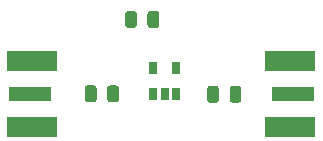
<source format=gbr>
%TF.GenerationSoftware,KiCad,Pcbnew,(5.1.9)-1*%
%TF.CreationDate,2021-03-17T20:36:52-04:00*%
%TF.ProjectId,VVA_Macom,5656415f-4d61-4636-9f6d-2e6b69636164,rev?*%
%TF.SameCoordinates,Original*%
%TF.FileFunction,Paste,Top*%
%TF.FilePolarity,Positive*%
%FSLAX46Y46*%
G04 Gerber Fmt 4.6, Leading zero omitted, Abs format (unit mm)*
G04 Created by KiCad (PCBNEW (5.1.9)-1) date 2021-03-17 20:36:52*
%MOMM*%
%LPD*%
G01*
G04 APERTURE LIST*
%ADD10R,4.200000X1.750000*%
%ADD11R,3.600000X1.270000*%
%ADD12R,0.650000X1.060000*%
G04 APERTURE END LIST*
D10*
%TO.C,Jout1*%
X155425800Y-80817200D03*
X155425800Y-86467200D03*
D11*
X155625800Y-83642200D03*
%TD*%
D10*
%TO.C,JIn1*%
X133600800Y-86467200D03*
X133600800Y-80817200D03*
D11*
X133400800Y-83642200D03*
%TD*%
%TO.C,CC3*%
G36*
G01*
X143330000Y-77815000D02*
X143330000Y-76865000D01*
G75*
G02*
X143580000Y-76615000I250000J0D01*
G01*
X144080000Y-76615000D01*
G75*
G02*
X144330000Y-76865000I0J-250000D01*
G01*
X144330000Y-77815000D01*
G75*
G02*
X144080000Y-78065000I-250000J0D01*
G01*
X143580000Y-78065000D01*
G75*
G02*
X143330000Y-77815000I0J250000D01*
G01*
G37*
G36*
G01*
X141430000Y-77815000D02*
X141430000Y-76865000D01*
G75*
G02*
X141680000Y-76615000I250000J0D01*
G01*
X142180000Y-76615000D01*
G75*
G02*
X142430000Y-76865000I0J-250000D01*
G01*
X142430000Y-77815000D01*
G75*
G02*
X142180000Y-78065000I-250000J0D01*
G01*
X141680000Y-78065000D01*
G75*
G02*
X141430000Y-77815000I0J250000D01*
G01*
G37*
%TD*%
%TO.C,CC2*%
G36*
G01*
X150284600Y-84142600D02*
X150284600Y-83192600D01*
G75*
G02*
X150534600Y-82942600I250000J0D01*
G01*
X151034600Y-82942600D01*
G75*
G02*
X151284600Y-83192600I0J-250000D01*
G01*
X151284600Y-84142600D01*
G75*
G02*
X151034600Y-84392600I-250000J0D01*
G01*
X150534600Y-84392600D01*
G75*
G02*
X150284600Y-84142600I0J250000D01*
G01*
G37*
G36*
G01*
X148384600Y-84142600D02*
X148384600Y-83192600D01*
G75*
G02*
X148634600Y-82942600I250000J0D01*
G01*
X149134600Y-82942600D01*
G75*
G02*
X149384600Y-83192600I0J-250000D01*
G01*
X149384600Y-84142600D01*
G75*
G02*
X149134600Y-84392600I-250000J0D01*
G01*
X148634600Y-84392600D01*
G75*
G02*
X148384600Y-84142600I0J250000D01*
G01*
G37*
%TD*%
%TO.C,CC1*%
G36*
G01*
X139921400Y-84117200D02*
X139921400Y-83167200D01*
G75*
G02*
X140171400Y-82917200I250000J0D01*
G01*
X140671400Y-82917200D01*
G75*
G02*
X140921400Y-83167200I0J-250000D01*
G01*
X140921400Y-84117200D01*
G75*
G02*
X140671400Y-84367200I-250000J0D01*
G01*
X140171400Y-84367200D01*
G75*
G02*
X139921400Y-84117200I0J250000D01*
G01*
G37*
G36*
G01*
X138021400Y-84117200D02*
X138021400Y-83167200D01*
G75*
G02*
X138271400Y-82917200I250000J0D01*
G01*
X138771400Y-82917200D01*
G75*
G02*
X139021400Y-83167200I0J-250000D01*
G01*
X139021400Y-84117200D01*
G75*
G02*
X138771400Y-84367200I-250000J0D01*
G01*
X138271400Y-84367200D01*
G75*
G02*
X138021400Y-84117200I0J250000D01*
G01*
G37*
%TD*%
D12*
%TO.C,U1*%
X143830000Y-81450000D03*
X145730000Y-81450000D03*
X145730000Y-83650000D03*
X144780000Y-83650000D03*
X143830000Y-83650000D03*
%TD*%
M02*

</source>
